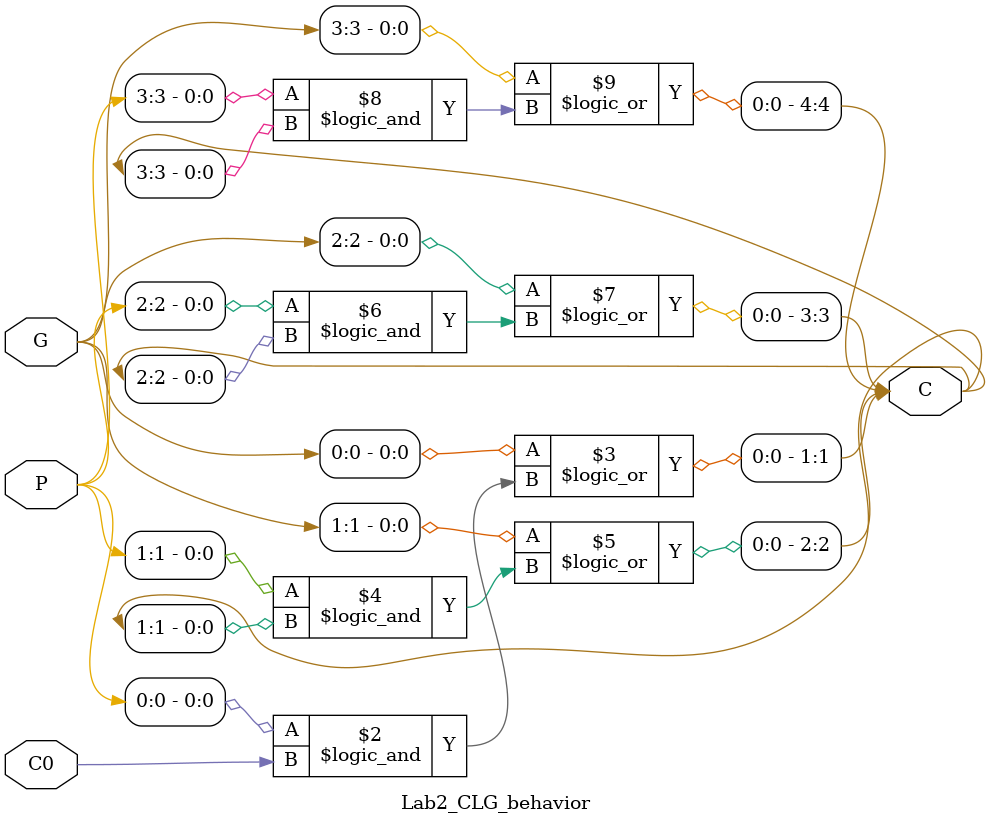
<source format=v>
module Lab2_CLG_behavior (C ,P, G,  C0);

	input [3:0] P,G;
	input C0;
	output reg [4:1]C;

always @(P,G,C0,C)
begin
	C[1]=G[0]||(P[0]&&C0);
	C[2]=G[1]||(P[1]&&C[1]);
	C[3]=G[2]||(P[2]&&C[2]);
	C[4]=G[3]||(P[3]&&C[3]);
end



endmodule
</source>
